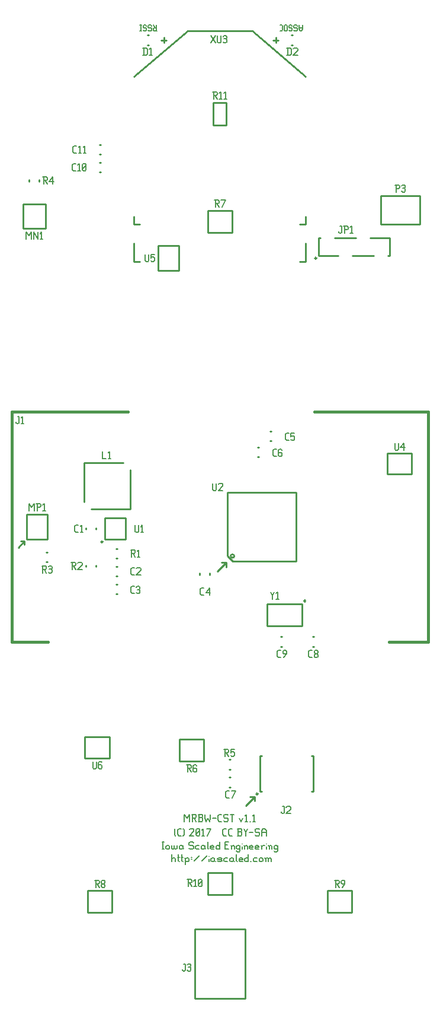
<source format=gbr>
G04 start of page 8 for group -4079 idx -4079 *
G04 Title: (unknown), topsilk *
G04 Creator: pcb 20140316 *
G04 CreationDate: Thu 09 Feb 2017 01:57:55 AM GMT UTC *
G04 For: railfan *
G04 Format: Gerber/RS-274X *
G04 PCB-Dimensions (mil): 2750.00 5500.00 *
G04 PCB-Coordinate-Origin: lower left *
%MOIN*%
%FSLAX25Y25*%
%LNTOPSILK*%
%ADD121C,0.0150*%
%ADD120C,0.0080*%
%ADD119C,0.0100*%
G54D119*X141000Y245500D02*X136000Y240500D01*
X141000Y245500D02*Y243000D01*
Y245500D02*X138500D01*
X27500Y257500D02*X24000Y254000D01*
X27500Y257500D02*X25500D01*
X27500D02*Y255500D01*
X157000Y114000D02*X152000Y109000D01*
X157000Y114000D02*Y111500D01*
Y114000D02*X154500D01*
X104500Y539000D02*X107500D01*
X106000Y540500D02*Y537500D01*
X169000Y540500D02*Y537500D01*
X167500Y539000D02*X170500D01*
G54D120*X100440Y544280D02*X102000D01*
X100440D02*X100050Y544670D01*
Y545450D02*Y544670D01*
X100440Y545840D02*X100050Y545450D01*
X100440Y545840D02*X101610D01*
Y547400D02*Y544280D01*
X100986Y545840D02*X100050Y547400D01*
X97554Y544280D02*X97164Y544670D01*
X97554Y544280D02*X98724D01*
X99114Y544670D02*X98724Y544280D01*
X99114Y545450D02*Y544670D01*
Y545450D02*X98724Y545840D01*
X97554D02*X98724D01*
X97554D02*X97164Y546230D01*
Y547010D02*Y546230D01*
X97554Y547400D02*X97164Y547010D01*
X97554Y547400D02*X98724D01*
X99114Y547010D02*X98724Y547400D01*
X94668Y544280D02*X94278Y544670D01*
X94668Y544280D02*X95838D01*
X96228Y544670D02*X95838Y544280D01*
X96228Y545450D02*Y544670D01*
Y545450D02*X95838Y545840D01*
X94668D02*X95838D01*
X94668D02*X94278Y546230D01*
Y547010D02*Y546230D01*
X94668Y547400D02*X94278Y547010D01*
X94668Y547400D02*X95838D01*
X96228Y547010D02*X95838Y547400D01*
X92562Y544280D02*X93342D01*
X92952Y547400D02*Y544280D01*
X92562Y547400D02*X93342D01*
X184000D02*Y545060D01*
X183454Y544280D01*
X182596D02*X183454D01*
X182596D02*X182050Y545060D01*
Y547400D02*Y545060D01*
Y545840D02*X184000D01*
X179554Y544280D02*X179164Y544670D01*
X179554Y544280D02*X180724D01*
X181114Y544670D02*X180724Y544280D01*
X181114Y545450D02*Y544670D01*
Y545450D02*X180724Y545840D01*
X179554D02*X180724D01*
X179554D02*X179164Y546230D01*
Y547010D02*Y546230D01*
X179554Y547400D02*X179164Y547010D01*
X179554Y547400D02*X180724D01*
X181114Y547010D02*X180724Y547400D01*
X176668Y544280D02*X176278Y544670D01*
X176668Y544280D02*X177838D01*
X178228Y544670D02*X177838Y544280D01*
X178228Y545450D02*Y544670D01*
Y545450D02*X177838Y545840D01*
X176668D02*X177838D01*
X176668D02*X176278Y546230D01*
Y547010D02*Y546230D01*
X176668Y547400D02*X176278Y547010D01*
X176668Y547400D02*X177838D01*
X178228Y547010D02*X177838Y547400D01*
X175342Y547010D02*Y544670D01*
X174952Y544280D01*
X174172D02*X174952D01*
X174172D02*X173782Y544670D01*
Y547010D02*Y544670D01*
X174172Y547400D02*X173782Y547010D01*
X174172Y547400D02*X174952D01*
X175342Y547010D02*X174952Y547400D01*
X171286D02*X172300D01*
X172846Y546854D02*X172300Y547400D01*
X172846Y546854D02*Y544826D01*
X172300Y544280D01*
X171286D02*X172300D01*
X110500Y81500D02*Y77500D01*
Y79000D02*X111000Y79500D01*
X112000D01*
X112500Y79000D01*
Y77500D01*
X114200Y81500D02*Y78000D01*
X114700Y77500D01*
X113700Y80000D02*X114700D01*
X116200Y81500D02*Y78000D01*
X116700Y77500D01*
X115700Y80000D02*X116700D01*
X118200Y79000D02*Y76000D01*
X117700Y79500D02*X118200Y79000D01*
X118700Y79500D01*
X119700D01*
X120200Y79000D01*
Y78000D01*
X119700Y77500D02*X120200Y78000D01*
X118700Y77500D02*X119700D01*
X118200Y78000D02*X118700Y77500D01*
X121400Y80000D02*X121900D01*
X121400Y79000D02*X121900D01*
X123100Y78000D02*X126100Y81000D01*
X127300Y78000D02*X130300Y81000D01*
X131500Y80500D02*Y80400D01*
Y79000D02*Y77500D01*
X134000Y79500D02*X134500Y79000D01*
X133000Y79500D02*X134000D01*
X132500Y79000D02*X133000Y79500D01*
X132500Y79000D02*Y78000D01*
X133000Y77500D01*
X134500Y79500D02*Y78000D01*
X135000Y77500D01*
X133000D02*X134000D01*
X134500Y78000D01*
X136700Y77500D02*X138200D01*
X138700Y78000D01*
X138200Y78500D02*X138700Y78000D01*
X136700Y78500D02*X138200D01*
X136200Y79000D02*X136700Y78500D01*
X136200Y79000D02*X136700Y79500D01*
X138200D01*
X138700Y79000D01*
X136200Y78000D02*X136700Y77500D01*
X140400Y79500D02*X141900D01*
X139900Y79000D02*X140400Y79500D01*
X139900Y79000D02*Y78000D01*
X140400Y77500D01*
X141900D01*
X144600Y79500D02*X145100Y79000D01*
X143600Y79500D02*X144600D01*
X143100Y79000D02*X143600Y79500D01*
X143100Y79000D02*Y78000D01*
X143600Y77500D01*
X145100Y79500D02*Y78000D01*
X145600Y77500D01*
X143600D02*X144600D01*
X145100Y78000D01*
X146800Y81500D02*Y78000D01*
X147300Y77500D01*
X148800D02*X150300D01*
X148300Y78000D02*X148800Y77500D01*
X148300Y79000D02*Y78000D01*
Y79000D02*X148800Y79500D01*
X149800D01*
X150300Y79000D01*
X148300Y78500D02*X150300D01*
Y79000D02*Y78500D01*
X153500Y81500D02*Y77500D01*
X153000D02*X153500Y78000D01*
X152000Y77500D02*X153000D01*
X151500Y78000D02*X152000Y77500D01*
X151500Y79000D02*Y78000D01*
Y79000D02*X152000Y79500D01*
X153000D01*
X153500Y79000D01*
X154700Y77500D02*X155200D01*
X156900Y79500D02*X158400D01*
X156400Y79000D02*X156900Y79500D01*
X156400Y79000D02*Y78000D01*
X156900Y77500D01*
X158400D01*
X159600Y79000D02*Y78000D01*
Y79000D02*X160100Y79500D01*
X161100D01*
X161600Y79000D01*
Y78000D01*
X161100Y77500D02*X161600Y78000D01*
X160100Y77500D02*X161100D01*
X159600Y78000D02*X160100Y77500D01*
X163300Y79000D02*Y77500D01*
Y79000D02*X163800Y79500D01*
X164300D01*
X164800Y79000D01*
Y77500D01*
Y79000D02*X165300Y79500D01*
X165800D01*
X166300Y79000D01*
Y77500D01*
X162800Y79500D02*X163300Y79000D01*
X105000Y88500D02*X106000D01*
X105500D02*Y84500D01*
X105000D02*X106000D01*
X107200Y86000D02*Y85000D01*
Y86000D02*X107700Y86500D01*
X108700D01*
X109200Y86000D01*
Y85000D01*
X108700Y84500D02*X109200Y85000D01*
X107700Y84500D02*X108700D01*
X107200Y85000D02*X107700Y84500D01*
X110400Y86500D02*Y85000D01*
X110900Y84500D01*
X111400D01*
X111900Y85000D01*
Y86500D02*Y85000D01*
X112400Y84500D01*
X112900D01*
X113400Y85000D01*
Y86500D02*Y85000D01*
X116100Y86500D02*X116600Y86000D01*
X115100Y86500D02*X116100D01*
X114600Y86000D02*X115100Y86500D01*
X114600Y86000D02*Y85000D01*
X115100Y84500D01*
X116600Y86500D02*Y85000D01*
X117100Y84500D01*
X115100D02*X116100D01*
X116600Y85000D01*
X122100Y88500D02*X122600Y88000D01*
X120600Y88500D02*X122100D01*
X120100Y88000D02*X120600Y88500D01*
X120100Y88000D02*Y87000D01*
X120600Y86500D01*
X122100D01*
X122600Y86000D01*
Y85000D01*
X122100Y84500D02*X122600Y85000D01*
X120600Y84500D02*X122100D01*
X120100Y85000D02*X120600Y84500D01*
X124300Y86500D02*X125800D01*
X123800Y86000D02*X124300Y86500D01*
X123800Y86000D02*Y85000D01*
X124300Y84500D01*
X125800D01*
X128500Y86500D02*X129000Y86000D01*
X127500Y86500D02*X128500D01*
X127000Y86000D02*X127500Y86500D01*
X127000Y86000D02*Y85000D01*
X127500Y84500D01*
X129000Y86500D02*Y85000D01*
X129500Y84500D01*
X127500D02*X128500D01*
X129000Y85000D01*
X130700Y88500D02*Y85000D01*
X131200Y84500D01*
X132700D02*X134200D01*
X132200Y85000D02*X132700Y84500D01*
X132200Y86000D02*Y85000D01*
Y86000D02*X132700Y86500D01*
X133700D01*
X134200Y86000D01*
X132200Y85500D02*X134200D01*
Y86000D02*Y85500D01*
X137400Y88500D02*Y84500D01*
X136900D02*X137400Y85000D01*
X135900Y84500D02*X136900D01*
X135400Y85000D02*X135900Y84500D01*
X135400Y86000D02*Y85000D01*
Y86000D02*X135900Y86500D01*
X136900D01*
X137400Y86000D01*
X140400Y86700D02*X141900D01*
X140400Y84500D02*X142400D01*
X140400Y88500D02*Y84500D01*
Y88500D02*X142400D01*
X144100Y86000D02*Y84500D01*
Y86000D02*X144600Y86500D01*
X145100D01*
X145600Y86000D01*
Y84500D01*
X143600Y86500D02*X144100Y86000D01*
X148300Y86500D02*X148800Y86000D01*
X147300Y86500D02*X148300D01*
X146800Y86000D02*X147300Y86500D01*
X146800Y86000D02*Y85000D01*
X147300Y84500D01*
X148300D01*
X148800Y85000D01*
X146800Y83500D02*X147300Y83000D01*
X148300D01*
X148800Y83500D01*
Y86500D02*Y83500D01*
X150000Y87500D02*Y87400D01*
Y86000D02*Y84500D01*
X151500Y86000D02*Y84500D01*
Y86000D02*X152000Y86500D01*
X152500D01*
X153000Y86000D01*
Y84500D01*
X151000Y86500D02*X151500Y86000D01*
X154700Y84500D02*X156200D01*
X154200Y85000D02*X154700Y84500D01*
X154200Y86000D02*Y85000D01*
Y86000D02*X154700Y86500D01*
X155700D01*
X156200Y86000D01*
X154200Y85500D02*X156200D01*
Y86000D02*Y85500D01*
X157900Y84500D02*X159400D01*
X157400Y85000D02*X157900Y84500D01*
X157400Y86000D02*Y85000D01*
Y86000D02*X157900Y86500D01*
X158900D01*
X159400Y86000D01*
X157400Y85500D02*X159400D01*
Y86000D02*Y85500D01*
X161100Y86000D02*Y84500D01*
Y86000D02*X161600Y86500D01*
X162600D01*
X160600D02*X161100Y86000D01*
X163800Y87500D02*Y87400D01*
Y86000D02*Y84500D01*
X165300Y86000D02*Y84500D01*
Y86000D02*X165800Y86500D01*
X166300D01*
X166800Y86000D01*
Y84500D01*
X164800Y86500D02*X165300Y86000D01*
X169500Y86500D02*X170000Y86000D01*
X168500Y86500D02*X169500D01*
X168000Y86000D02*X168500Y86500D01*
X168000Y86000D02*Y85000D01*
X168500Y84500D01*
X169500D01*
X170000Y85000D01*
X168000Y83500D02*X168500Y83000D01*
X169500D01*
X170000Y83500D01*
Y86500D02*Y83500D01*
X112000Y92500D02*X112500Y92000D01*
X112000Y95500D02*X112500Y96000D01*
X112000Y95500D02*Y92500D01*
X114400Y92000D02*X115700D01*
X113700Y92700D02*X114400Y92000D01*
X113700Y95300D02*Y92700D01*
Y95300D02*X114400Y96000D01*
X115700D01*
X116900D02*X117400Y95500D01*
Y92500D01*
X116900Y92000D02*X117400Y92500D01*
X120400Y95500D02*X120900Y96000D01*
X122400D01*
X122900Y95500D01*
Y94500D01*
X120400Y92000D02*X122900Y94500D01*
X120400Y92000D02*X122900D01*
X124100Y92500D02*X124600Y92000D01*
X124100Y95500D02*Y92500D01*
Y95500D02*X124600Y96000D01*
X125600D01*
X126100Y95500D01*
Y92500D01*
X125600Y92000D02*X126100Y92500D01*
X124600Y92000D02*X125600D01*
X124100Y93000D02*X126100Y95000D01*
X127300Y95200D02*X128100Y96000D01*
Y92000D01*
X127300D02*X128800D01*
X130500D02*X132500Y96000D01*
X130000D02*X132500D01*
X139800Y92000D02*X141100D01*
X139100Y92700D02*X139800Y92000D01*
X139100Y95300D02*Y92700D01*
Y95300D02*X139800Y96000D01*
X141100D01*
X143000Y92000D02*X144300D01*
X142300Y92700D02*X143000Y92000D01*
X142300Y95300D02*Y92700D01*
Y95300D02*X143000Y96000D01*
X144300D01*
X147300Y92000D02*X149300D01*
X149800Y92500D01*
Y93700D02*Y92500D01*
X149300Y94200D02*X149800Y93700D01*
X147800Y94200D02*X149300D01*
X147800Y96000D02*Y92000D01*
X147300Y96000D02*X149300D01*
X149800Y95500D01*
Y94700D01*
X149300Y94200D02*X149800Y94700D01*
X151000Y96000D02*X152000Y94000D01*
X153000Y96000D01*
X152000Y94000D02*Y92000D01*
X154200Y94000D02*X156200D01*
X159400Y96000D02*X159900Y95500D01*
X157900Y96000D02*X159400D01*
X157400Y95500D02*X157900Y96000D01*
X157400Y95500D02*Y94500D01*
X157900Y94000D01*
X159400D01*
X159900Y93500D01*
Y92500D01*
X159400Y92000D02*X159900Y92500D01*
X157900Y92000D02*X159400D01*
X157400Y92500D02*X157900Y92000D01*
X161100Y95000D02*Y92000D01*
Y95000D02*X161800Y96000D01*
X162900D01*
X163600Y95000D01*
Y92000D01*
X161100Y94000D02*X163600D01*
X117500Y104000D02*Y100000D01*
Y104000D02*X119000Y102000D01*
X120500Y104000D01*
Y100000D01*
X121700Y104000D02*X123700D01*
X124200Y103500D01*
Y102500D01*
X123700Y102000D02*X124200Y102500D01*
X122200Y102000D02*X123700D01*
X122200Y104000D02*Y100000D01*
X123000Y102000D02*X124200Y100000D01*
X125400D02*X127400D01*
X127900Y100500D01*
Y101700D02*Y100500D01*
X127400Y102200D02*X127900Y101700D01*
X125900Y102200D02*X127400D01*
X125900Y104000D02*Y100000D01*
X125400Y104000D02*X127400D01*
X127900Y103500D01*
Y102700D01*
X127400Y102200D02*X127900Y102700D01*
X129100Y104000D02*Y102000D01*
X129600Y100000D01*
X130600Y102000D01*
X131600Y100000D01*
X132100Y102000D01*
Y104000D02*Y102000D01*
X133300D02*X135300D01*
X137200Y100000D02*X138500D01*
X136500Y100700D02*X137200Y100000D01*
X136500Y103300D02*Y100700D01*
Y103300D02*X137200Y104000D01*
X138500D01*
X141700D02*X142200Y103500D01*
X140200Y104000D02*X141700D01*
X139700Y103500D02*X140200Y104000D01*
X139700Y103500D02*Y102500D01*
X140200Y102000D01*
X141700D01*
X142200Y101500D01*
Y100500D01*
X141700Y100000D02*X142200Y100500D01*
X140200Y100000D02*X141700D01*
X139700Y100500D02*X140200Y100000D01*
X143400Y104000D02*X145400D01*
X144400D02*Y100000D01*
X148400Y102000D02*X149400Y100000D01*
X150400Y102000D02*X149400Y100000D01*
X151600Y103200D02*X152400Y104000D01*
Y100000D01*
X151600D02*X153100D01*
X154300D02*X154800D01*
X156000Y103200D02*X156800Y104000D01*
Y100000D01*
X156000D02*X157500D01*
G54D119*X130610Y443299D02*Y430701D01*
Y443299D02*X144390D01*
Y430701D01*
X130610D02*X144390D01*
X193000Y428000D02*Y418000D01*
X233000Y428000D02*Y418000D01*
X193000Y428000D02*X194000D01*
X202000D02*X214000D01*
X222000D02*X233000D01*
X232000Y418000D02*X233000D01*
X212000D02*X224000D01*
X193000D02*X204000D01*
X191500Y416000D02*G75*G03X191500Y416000I0J500D01*G01*
X102600Y423500D02*Y409600D01*
X114400D01*
Y423500D01*
X102600D01*
X228000Y451600D02*Y435400D01*
X250000Y451600D02*Y435400D01*
X228000D02*X250000D01*
X228000Y451600D02*X250000D01*
X141715Y284785D02*Y249115D01*
Y284785D02*X180285D01*
Y246215D01*
X144615D02*X180285D01*
X144615D02*X141715Y249115D01*
X144615Y248115D02*G75*G03X144615Y248115I0J1000D01*G01*
X171607Y203755D02*X172393D01*
X171607Y198245D02*X172393D01*
X131755Y239393D02*Y238607D01*
X126245Y239393D02*Y238607D01*
X183843Y222299D02*Y209701D01*
X164157D02*X183843D01*
X164157Y222299D02*Y209701D01*
Y222299D02*X183843D01*
X185343Y224299D02*G75*G03X185343Y224299I0J-500D01*G01*
X165607Y313745D02*X166393D01*
X165607Y319255D02*X166393D01*
X158607Y310255D02*X159393D01*
X158607Y304745D02*X159393D01*
G54D121*X20400Y330300D02*Y200700D01*
Y330300D02*X85600D01*
X190600D02*X254700D01*
X20400Y200700D02*X40600D01*
X232600D02*X254700D01*
Y330300D02*Y200700D01*
G54D119*X231600Y306900D02*X245500D01*
X231600D02*Y295100D01*
X245500D01*
Y306900D02*Y295100D01*
X189607Y198245D02*X190393D01*
X189607Y203755D02*X190393D01*
X63110Y61299D02*Y48701D01*
Y61299D02*X76890D01*
Y48701D01*
X63110D02*X76890D01*
X198110Y61299D02*Y48701D01*
Y61299D02*X211890D01*
Y48701D01*
X198110D02*X211890D01*
X130610Y71299D02*Y58701D01*
Y71299D02*X144390D01*
Y58701D01*
X130610D02*X144390D01*
X123400Y39400D02*X151600D01*
Y400D01*
X123400D02*X151600D01*
X123400Y39400D02*Y400D01*
X79107Y253255D02*X79893D01*
X79107Y247745D02*X79893D01*
X79107Y227745D02*X79893D01*
X79107Y233255D02*X79893D01*
X79107Y237745D02*X79893D01*
X79107Y243255D02*X79893D01*
X67755Y243893D02*Y243107D01*
X62245Y243893D02*Y243107D01*
X72594Y270406D02*Y258594D01*
Y270406D02*X84406D01*
Y258594D01*
X72594D02*X84406D01*
X71094Y256594D02*G75*G03X71094Y256594I0J500D01*G01*
X67755Y264893D02*Y264107D01*
X62245Y264893D02*Y264107D01*
X61000Y301500D02*Y279500D01*
Y301500D02*X83000D01*
X87000Y297500D02*Y275500D01*
X65000D02*X87000D01*
X28600Y272500D02*Y258600D01*
X40400D01*
Y272500D01*
X28600D01*
X39607Y251255D02*X40393D01*
X39607Y245745D02*X40393D01*
X160000Y137000D02*Y117000D01*
X190000Y137000D02*Y117000D01*
X160000Y137000D02*X161000D01*
X189000D02*X190000D01*
X189000Y117000D02*X190000D01*
X160000D02*X161000D01*
X158500Y115000D02*G75*G03X158500Y115000I0J500D01*G01*
X142607Y124755D02*X143393D01*
X142607Y119245D02*X143393D01*
X142607Y134755D02*X143393D01*
X142607Y129245D02*X143393D01*
X114610Y146299D02*Y133701D01*
Y146299D02*X128390D01*
Y133701D01*
X114610D02*X128390D01*
X61500Y135600D02*X75400D01*
Y147400D02*Y135600D01*
X61500Y147400D02*X75400D01*
X61500D02*Y135600D01*
X177607Y536245D02*X178393D01*
X177607Y541755D02*X178393D01*
X26600Y447000D02*Y433100D01*
X39400D01*
Y447000D01*
X26600D01*
X30245Y460393D02*Y459607D01*
X35755Y460393D02*Y459607D01*
X96607Y541755D02*X97393D01*
X96607Y536245D02*X97393D01*
X69607Y464745D02*X70393D01*
X69607Y470255D02*X70393D01*
X69607Y474745D02*X70393D01*
X69607Y480255D02*X70393D01*
X133759Y503799D02*Y491201D01*
Y503799D02*X141241D01*
Y491201D01*
X133759D02*X141241D01*
X89193Y440000D02*Y435650D01*
X185807Y440000D02*Y435650D01*
X89193D02*X92500D01*
X185807D02*X182500D01*
X89193Y518642D02*X119390Y544351D01*
X185807Y518642D02*X155610Y544351D01*
X119390D02*X155610D01*
X89193Y414650D02*X92500D01*
X89193D02*Y425000D01*
X185807Y414650D02*X182500D01*
X185807D02*Y425000D01*
G54D120*X236600Y457600D02*Y453600D01*
X236100Y457600D02*X238100D01*
X238600Y457100D01*
Y456100D01*
X238100Y455600D02*X238600Y456100D01*
X236600Y455600D02*X238100D01*
X239800Y457100D02*X240300Y457600D01*
X241300D01*
X241800Y457100D01*
X241300Y453600D02*X241800Y454100D01*
X240300Y453600D02*X241300D01*
X239800Y454100D02*X240300Y453600D01*
Y455800D02*X241300D01*
X241800Y457100D02*Y456300D01*
Y455300D02*Y454100D01*
Y455300D02*X241300Y455800D01*
X241800Y456300D02*X241300Y455800D01*
X205200Y434500D02*X206000D01*
Y431000D01*
X205500Y430500D02*X206000Y431000D01*
X205000Y430500D02*X205500D01*
X204500Y431000D02*X205000Y430500D01*
X204500Y431500D02*Y431000D01*
X207700Y434500D02*Y430500D01*
X207200Y434500D02*X209200D01*
X209700Y434000D01*
Y433000D01*
X209200Y432500D02*X209700Y433000D01*
X207700Y432500D02*X209200D01*
X210900Y433700D02*X211700Y434500D01*
Y430500D01*
X210900D02*X212400D01*
X175698Y534575D02*Y530575D01*
X176998Y534575D02*X177698Y533875D01*
Y531275D01*
X176998Y530575D02*X177698Y531275D01*
X175198Y530575D02*X176998D01*
X175198Y534575D02*X176998D01*
X178898Y534075D02*X179398Y534575D01*
X180898D01*
X181398Y534075D01*
Y533075D01*
X178898Y530575D02*X181398Y533075D01*
X178898Y530575D02*X181398D01*
X28500Y431100D02*Y427100D01*
Y431100D02*X30000Y429100D01*
X31500Y431100D01*
Y427100D01*
X32700Y431100D02*Y427100D01*
Y431100D02*X35200Y427100D01*
Y431100D02*Y427100D01*
X36400Y430300D02*X37200Y431100D01*
Y427100D01*
X36400D02*X37900D01*
X95500Y418600D02*Y415100D01*
X96000Y414600D01*
X97000D01*
X97500Y415100D01*
Y418600D02*Y415100D01*
X98700Y418600D02*X100700D01*
X98700D02*Y416600D01*
X99200Y417100D01*
X100200D01*
X100700Y416600D01*
Y415100D01*
X100200Y414600D02*X100700Y415100D01*
X99200Y414600D02*X100200D01*
X98700Y415100D02*X99200Y414600D01*
X134552Y449075D02*X136552D01*
X137052Y448575D01*
Y447575D01*
X136552Y447075D02*X137052Y447575D01*
X135052Y447075D02*X136552D01*
X135052Y449075D02*Y445075D01*
X135852Y447075D02*X137052Y445075D01*
X138752D02*X140752Y449075D01*
X138252D02*X140752D01*
X37850Y462150D02*X39850D01*
X40350Y461650D01*
Y460650D01*
X39850Y460150D02*X40350Y460650D01*
X38350Y460150D02*X39850D01*
X38350Y462150D02*Y458150D01*
X39150Y460150D02*X40350Y458150D01*
X41550Y459650D02*X43550Y462150D01*
X41550Y459650D02*X44050D01*
X43550Y462150D02*Y458150D01*
X54964Y465650D02*X56264D01*
X54264Y466350D02*X54964Y465650D01*
X54264Y468950D02*Y466350D01*
Y468950D02*X54964Y469650D01*
X56264D01*
X57464Y468850D02*X58264Y469650D01*
Y465650D01*
X57464D02*X58964D01*
X60164Y466150D02*X60664Y465650D01*
X60164Y469150D02*Y466150D01*
Y469150D02*X60664Y469650D01*
X61664D01*
X62164Y469150D01*
Y466150D01*
X61664Y465650D02*X62164Y466150D01*
X60664Y465650D02*X61664D01*
X60164Y466650D02*X62164Y468650D01*
X55464Y475650D02*X56764D01*
X54764Y476350D02*X55464Y475650D01*
X54764Y478950D02*Y476350D01*
Y478950D02*X55464Y479650D01*
X56764D01*
X57964Y478850D02*X58764Y479650D01*
Y475650D01*
X57964D02*X59464D01*
X60664Y478850D02*X61464Y479650D01*
Y475650D01*
X60664D02*X62164D01*
X94698Y534575D02*Y530575D01*
X95998Y534575D02*X96698Y533875D01*
Y531275D01*
X95998Y530575D02*X96698Y531275D01*
X94198Y530575D02*X95998D01*
X94198Y534575D02*X95998D01*
X97898Y533775D02*X98698Y534575D01*
Y530575D01*
X97898D02*X99398D01*
X133500Y510000D02*X135500D01*
X136000Y509500D01*
Y508500D01*
X135500Y508000D02*X136000Y508500D01*
X134000Y508000D02*X135500D01*
X134000Y510000D02*Y506000D01*
X134800Y508000D02*X136000Y506000D01*
X137200Y509200D02*X138000Y510000D01*
Y506000D01*
X137200D02*X138700D01*
X139900Y509200D02*X140700Y510000D01*
Y506000D01*
X139900D02*X141400D01*
X132500Y537500D02*X135000Y541500D01*
X132500D02*X135000Y537500D01*
X136200Y541500D02*Y538000D01*
X136700Y537500D01*
X137700D01*
X138200Y538000D01*
Y541500D02*Y538000D01*
X139400Y541000D02*X139900Y541500D01*
X140900D01*
X141400Y541000D01*
X140900Y537500D02*X141400Y538000D01*
X139900Y537500D02*X140900D01*
X139400Y538000D02*X139900Y537500D01*
Y539700D02*X140900D01*
X141400Y541000D02*Y540200D01*
Y539200D02*Y538000D01*
Y539200D02*X140900Y539700D01*
X141400Y540200D02*X140900Y539700D01*
X133500Y290000D02*Y286500D01*
X134000Y286000D01*
X135000D01*
X135500Y286500D01*
Y290000D02*Y286500D01*
X136700Y289500D02*X137200Y290000D01*
X138700D01*
X139200Y289500D01*
Y288500D01*
X136700Y286000D02*X139200Y288500D01*
X136700Y286000D02*X139200D01*
X127136Y227150D02*X128436D01*
X126436Y227850D02*X127136Y227150D01*
X126436Y230450D02*Y227850D01*
Y230450D02*X127136Y231150D01*
X128436D01*
X129636Y228650D02*X131636Y231150D01*
X129636Y228650D02*X132136D01*
X131636Y231150D02*Y227150D01*
X175050Y314150D02*X176350D01*
X174350Y314850D02*X175050Y314150D01*
X174350Y317450D02*Y314850D01*
Y317450D02*X175050Y318150D01*
X176350D01*
X177550D02*X179550D01*
X177550D02*Y316150D01*
X178050Y316650D01*
X179050D01*
X179550Y316150D01*
Y314650D01*
X179050Y314150D02*X179550Y314650D01*
X178050Y314150D02*X179050D01*
X177550Y314650D02*X178050Y314150D01*
X168050Y305150D02*X169350D01*
X167350Y305850D02*X168050Y305150D01*
X167350Y308450D02*Y305850D01*
Y308450D02*X168050Y309150D01*
X169350D01*
X172050D02*X172550Y308650D01*
X171050Y309150D02*X172050D01*
X170550Y308650D02*X171050Y309150D01*
X170550Y308650D02*Y305650D01*
X171050Y305150D01*
X172050Y307350D02*X172550Y306850D01*
X170550Y307350D02*X172050D01*
X171050Y305150D02*X172050D01*
X172550Y305650D01*
Y306850D02*Y305650D01*
X166000Y229000D02*X167000Y227000D01*
X168000Y229000D01*
X167000Y227000D02*Y225000D01*
X169200Y228200D02*X170000Y229000D01*
Y225000D01*
X169200D02*X170700D01*
X236000Y312600D02*Y309100D01*
X236500Y308600D01*
X237500D01*
X238000Y309100D01*
Y312600D02*Y309100D01*
X239200Y310100D02*X241200Y312600D01*
X239200Y310100D02*X241700D01*
X241200Y312600D02*Y308600D01*
X67100Y66900D02*X69100D01*
X69600Y66400D01*
Y65400D01*
X69100Y64900D02*X69600Y65400D01*
X67600Y64900D02*X69100D01*
X67600Y66900D02*Y62900D01*
X68400Y64900D02*X69600Y62900D01*
X70800Y63400D02*X71300Y62900D01*
X70800Y64200D02*Y63400D01*
Y64200D02*X71500Y64900D01*
X72100D01*
X72800Y64200D01*
Y63400D01*
X72300Y62900D02*X72800Y63400D01*
X71300Y62900D02*X72300D01*
X70800Y65600D02*X71500Y64900D01*
X70800Y66400D02*Y65600D01*
Y66400D02*X71300Y66900D01*
X72300D01*
X72800Y66400D01*
Y65600D01*
X72100Y64900D02*X72800Y65600D01*
X202100Y66900D02*X204100D01*
X204600Y66400D01*
Y65400D01*
X204100Y64900D02*X204600Y65400D01*
X202600Y64900D02*X204100D01*
X202600Y66900D02*Y62900D01*
X203400Y64900D02*X204600Y62900D01*
X206300D02*X207800Y64900D01*
Y66400D02*Y64900D01*
X207300Y66900D02*X207800Y66400D01*
X206300Y66900D02*X207300D01*
X205800Y66400D02*X206300Y66900D01*
X205800Y66400D02*Y65400D01*
X206300Y64900D01*
X207800D01*
X188250Y192150D02*X189550D01*
X187550Y192850D02*X188250Y192150D01*
X187550Y195450D02*Y192850D01*
Y195450D02*X188250Y196150D01*
X189550D01*
X190750Y192650D02*X191250Y192150D01*
X190750Y193450D02*Y192650D01*
Y193450D02*X191450Y194150D01*
X192050D01*
X192750Y193450D01*
Y192650D01*
X192250Y192150D02*X192750Y192650D01*
X191250Y192150D02*X192250D01*
X190750Y194850D02*X191450Y194150D01*
X190750Y195650D02*Y194850D01*
Y195650D02*X191250Y196150D01*
X192250D01*
X192750Y195650D01*
Y194850D01*
X192050Y194150D02*X192750Y194850D01*
X170450Y192150D02*X171750D01*
X169750Y192850D02*X170450Y192150D01*
X169750Y195450D02*Y192850D01*
Y195450D02*X170450Y196150D01*
X171750D01*
X173450Y192150D02*X174950Y194150D01*
Y195650D02*Y194150D01*
X174450Y196150D02*X174950Y195650D01*
X173450Y196150D02*X174450D01*
X172950Y195650D02*X173450Y196150D01*
X172950Y195650D02*Y194650D01*
X173450Y194150D01*
X174950D01*
X172800Y108400D02*X173600D01*
Y104900D01*
X173100Y104400D02*X173600Y104900D01*
X172600Y104400D02*X173100D01*
X172100Y104900D02*X172600Y104400D01*
X172100Y105400D02*Y104900D01*
X174800Y107900D02*X175300Y108400D01*
X176800D01*
X177300Y107900D01*
Y106900D01*
X174800Y104400D02*X177300Y106900D01*
X174800Y104400D02*X177300D01*
X119152Y67475D02*X121152D01*
X121652Y66975D01*
Y65975D01*
X121152Y65475D02*X121652Y65975D01*
X119652Y65475D02*X121152D01*
X119652Y67475D02*Y63475D01*
X120452Y65475D02*X121652Y63475D01*
X122852Y66675D02*X123652Y67475D01*
Y63475D01*
X122852D02*X124352D01*
X125552Y63975D02*X126052Y63475D01*
X125552Y66975D02*Y63975D01*
Y66975D02*X126052Y67475D01*
X127052D01*
X127552Y66975D01*
Y63975D01*
X127052Y63475D02*X127552Y63975D01*
X126052Y63475D02*X127052D01*
X125552Y64475D02*X127552Y66475D01*
X117200Y20000D02*X118000D01*
Y16500D01*
X117500Y16000D02*X118000Y16500D01*
X117000Y16000D02*X117500D01*
X116500Y16500D02*X117000Y16000D01*
X116500Y17000D02*Y16500D01*
X119200Y19500D02*X119700Y20000D01*
X120700D01*
X121200Y19500D01*
X120700Y16000D02*X121200Y16500D01*
X119700Y16000D02*X120700D01*
X119200Y16500D02*X119700Y16000D01*
Y18200D02*X120700D01*
X121200Y19500D02*Y18700D01*
Y17700D02*Y16500D01*
Y17700D02*X120700Y18200D01*
X121200Y18700D02*X120700Y18200D01*
X141421Y113150D02*X142721D01*
X140721Y113850D02*X141421Y113150D01*
X140721Y116450D02*Y113850D01*
Y116450D02*X141421Y117150D01*
X142721D01*
X144421Y113150D02*X146421Y117150D01*
X143921D02*X146421D01*
X139893Y140650D02*X141893D01*
X142393Y140150D01*
Y139150D01*
X141893Y138650D02*X142393Y139150D01*
X140393Y138650D02*X141893D01*
X140393Y140650D02*Y136650D01*
X141193Y138650D02*X142393Y136650D01*
X143593Y140650D02*X145593D01*
X143593D02*Y138650D01*
X144093Y139150D01*
X145093D01*
X145593Y138650D01*
Y137150D01*
X145093Y136650D02*X145593Y137150D01*
X144093Y136650D02*X145093D01*
X143593Y137150D02*X144093Y136650D01*
X118760Y131740D02*X120760D01*
X121260Y131240D01*
Y130240D01*
X120760Y129740D02*X121260Y130240D01*
X119260Y129740D02*X120760D01*
X119260Y131740D02*Y127740D01*
X120060Y129740D02*X121260Y127740D01*
X123960Y131740D02*X124460Y131240D01*
X122960Y131740D02*X123960D01*
X122460Y131240D02*X122960Y131740D01*
X122460Y131240D02*Y128240D01*
X122960Y127740D01*
X123960Y129940D02*X124460Y129440D01*
X122460Y129940D02*X123960D01*
X122960Y127740D02*X123960D01*
X124460Y128240D01*
Y129440D02*Y128240D01*
X66000Y133600D02*Y130100D01*
X66500Y129600D01*
X67500D01*
X68000Y130100D01*
Y133600D02*Y130100D01*
X70700Y133600D02*X71200Y133100D01*
X69700Y133600D02*X70700D01*
X69200Y133100D02*X69700Y133600D01*
X69200Y133100D02*Y130100D01*
X69700Y129600D01*
X70700Y131800D02*X71200Y131300D01*
X69200Y131800D02*X70700D01*
X69700Y129600D02*X70700D01*
X71200Y130100D01*
Y131300D02*Y130100D01*
X30000Y278600D02*Y274600D01*
Y278600D02*X31500Y276600D01*
X33000Y278600D01*
Y274600D01*
X34700Y278600D02*Y274600D01*
X34200Y278600D02*X36200D01*
X36700Y278100D01*
Y277100D01*
X36200Y276600D02*X36700Y277100D01*
X34700Y276600D02*X36200D01*
X37900Y277800D02*X38700Y278600D01*
Y274600D01*
X37900D02*X39400D01*
X37293Y243650D02*X39293D01*
X39793Y243150D01*
Y242150D01*
X39293Y241650D02*X39793Y242150D01*
X37793Y241650D02*X39293D01*
X37793Y243650D02*Y239650D01*
X38593Y241650D02*X39793Y239650D01*
X40993Y243150D02*X41493Y243650D01*
X42493D01*
X42993Y243150D01*
X42493Y239650D02*X42993Y240150D01*
X41493Y239650D02*X42493D01*
X40993Y240150D02*X41493Y239650D01*
Y241850D02*X42493D01*
X42993Y243150D02*Y242350D01*
Y241350D02*Y240150D01*
Y241350D02*X42493Y241850D01*
X42993Y242350D02*X42493Y241850D01*
X87350Y252650D02*X89350D01*
X89850Y252150D01*
Y251150D01*
X89350Y250650D02*X89850Y251150D01*
X87850Y250650D02*X89350D01*
X87850Y252650D02*Y248650D01*
X88650Y250650D02*X89850Y248650D01*
X91050Y251850D02*X91850Y252650D01*
Y248650D01*
X91050D02*X92550D01*
X88050Y228150D02*X89350D01*
X87350Y228850D02*X88050Y228150D01*
X87350Y231450D02*Y228850D01*
Y231450D02*X88050Y232150D01*
X89350D01*
X90550Y231650D02*X91050Y232150D01*
X92050D01*
X92550Y231650D01*
X92050Y228150D02*X92550Y228650D01*
X91050Y228150D02*X92050D01*
X90550Y228650D02*X91050Y228150D01*
Y230350D02*X92050D01*
X92550Y231650D02*Y230850D01*
Y229850D02*Y228650D01*
Y229850D02*X92050Y230350D01*
X92550Y230850D02*X92050Y230350D01*
X88050Y238650D02*X89350D01*
X87350Y239350D02*X88050Y238650D01*
X87350Y241950D02*Y239350D01*
Y241950D02*X88050Y242650D01*
X89350D01*
X90550Y242150D02*X91050Y242650D01*
X92550D01*
X93050Y242150D01*
Y241150D01*
X90550Y238650D02*X93050Y241150D01*
X90550Y238650D02*X93050D01*
X53850Y245650D02*X55850D01*
X56350Y245150D01*
Y244150D01*
X55850Y243650D02*X56350Y244150D01*
X54350Y243650D02*X55850D01*
X54350Y245650D02*Y241650D01*
X55150Y243650D02*X56350Y241650D01*
X57550Y245150D02*X58050Y245650D01*
X59550D01*
X60050Y245150D01*
Y244150D01*
X57550Y241650D02*X60050Y244150D01*
X57550Y241650D02*X60050D01*
X89858Y266453D02*Y262953D01*
X90358Y262453D01*
X91358D01*
X91858Y262953D01*
Y266453D02*Y262953D01*
X93058Y265653D02*X93858Y266453D01*
Y262453D01*
X93058D02*X94558D01*
X56550Y262650D02*X57850D01*
X55850Y263350D02*X56550Y262650D01*
X55850Y265950D02*Y263350D01*
Y265950D02*X56550Y266650D01*
X57850D01*
X59050Y265850D02*X59850Y266650D01*
Y262650D01*
X59050D02*X60550D01*
X71500Y308000D02*Y304000D01*
X73500D01*
X74700Y307200D02*X75500Y308000D01*
Y304000D01*
X74700D02*X76200D01*
X23600Y327500D02*X24400D01*
Y324000D01*
X23900Y323500D02*X24400Y324000D01*
X23400Y323500D02*X23900D01*
X22900Y324000D02*X23400Y323500D01*
X22900Y324500D02*Y324000D01*
X25600Y326700D02*X26400Y327500D01*
Y323500D01*
X25600D02*X27100D01*
M02*

</source>
